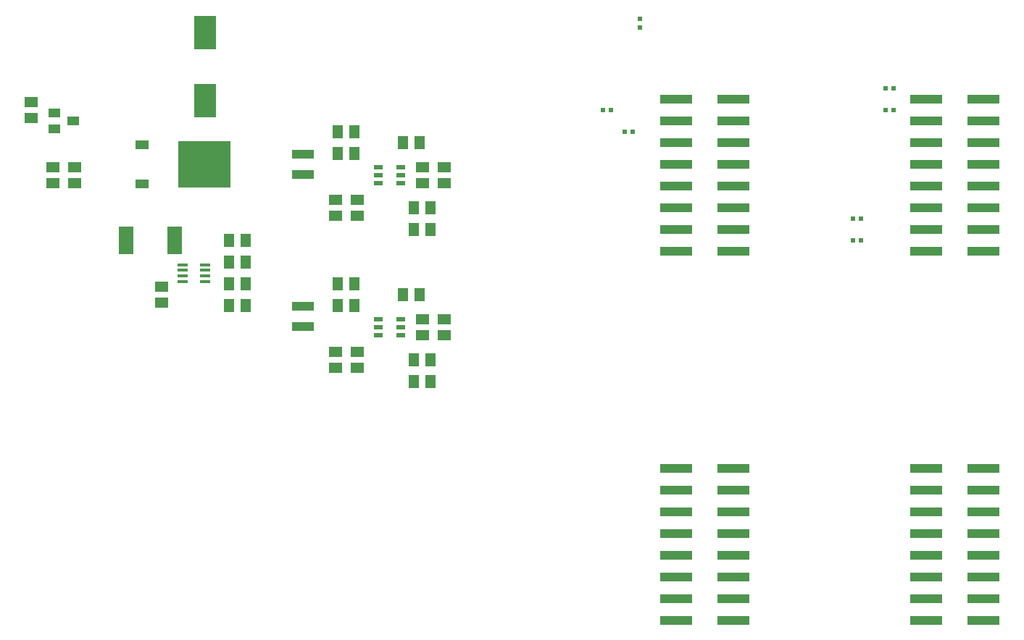
<source format=gbr>
G04 EAGLE Gerber RS-274X export*
G75*
%MOMM*%
%FSLAX34Y34*%
%LPD*%
%INSolderpaste Top*%
%IPPOS*%
%AMOC8*
5,1,8,0,0,1.08239X$1,22.5*%
G01*
%ADD10R,1.300000X1.500000*%
%ADD11R,1.500000X1.300000*%
%ADD12R,2.500000X4.000000*%
%ADD13R,1.400000X1.000000*%
%ADD14R,2.540000X1.000000*%
%ADD15R,6.200000X5.400000*%
%ADD16R,1.600000X1.000000*%
%ADD17R,1.050000X0.600000*%
%ADD18R,1.200000X0.400000*%
%ADD19R,1.800000X3.200000*%
%ADD20R,3.750000X1.000000*%
%ADD21R,0.600000X0.500000*%
%ADD22R,0.500000X0.600000*%


D10*
X409600Y698500D03*
X428600Y698500D03*
X409600Y723900D03*
X428600Y723900D03*
X517500Y635000D03*
X498500Y635000D03*
D11*
X406400Y447700D03*
X406400Y466700D03*
X431800Y447700D03*
X431800Y466700D03*
D10*
X504800Y533400D03*
X485800Y533400D03*
X409600Y520700D03*
X428600Y520700D03*
X409600Y546100D03*
X428600Y546100D03*
X517500Y457200D03*
X498500Y457200D03*
D12*
X254000Y760100D03*
X254000Y840100D03*
D11*
X406400Y625500D03*
X406400Y644500D03*
X431800Y625500D03*
X431800Y644500D03*
D10*
X504800Y711200D03*
X485800Y711200D03*
D13*
X99900Y736600D03*
X77900Y727100D03*
X77900Y746100D03*
D14*
X368300Y674300D03*
X368300Y697300D03*
X368300Y496500D03*
X368300Y519500D03*
D15*
X253600Y685800D03*
D16*
X180600Y708600D03*
X180600Y663000D03*
D11*
X508000Y682600D03*
X508000Y663600D03*
X50800Y758800D03*
X50800Y739800D03*
X533400Y485800D03*
X533400Y504800D03*
D10*
X498500Y431800D03*
X517500Y431800D03*
D11*
X508000Y504800D03*
X508000Y485800D03*
X76200Y663600D03*
X76200Y682600D03*
X101600Y682600D03*
X101600Y663600D03*
X533400Y663600D03*
X533400Y682600D03*
D10*
X498500Y609600D03*
X517500Y609600D03*
D17*
X456400Y682600D03*
X456400Y673100D03*
X456400Y663600D03*
X483400Y673100D03*
X483400Y663600D03*
X483400Y682600D03*
X456400Y504800D03*
X456400Y495300D03*
X456400Y485800D03*
X483400Y495300D03*
X483400Y485800D03*
X483400Y504800D03*
D18*
X228300Y568550D03*
X228300Y562050D03*
X228300Y555550D03*
X228300Y549050D03*
X254300Y549050D03*
X254300Y555550D03*
X254300Y562050D03*
X254300Y568550D03*
D10*
X301600Y571500D03*
X282600Y571500D03*
X301600Y596900D03*
X282600Y596900D03*
X282600Y520700D03*
X301600Y520700D03*
X282600Y546100D03*
X301600Y546100D03*
D11*
X203200Y542900D03*
X203200Y523900D03*
D19*
X162500Y596900D03*
X218500Y596900D03*
D20*
X804450Y330200D03*
X871950Y330200D03*
X804450Y304800D03*
X871950Y304800D03*
X804450Y279400D03*
X871950Y279400D03*
X804450Y254000D03*
X871950Y254000D03*
X804450Y228600D03*
X871950Y228600D03*
X804450Y203200D03*
X871950Y203200D03*
X804450Y177800D03*
X871950Y177800D03*
X804450Y152400D03*
X871950Y152400D03*
X804450Y762000D03*
X871950Y762000D03*
X804450Y736600D03*
X871950Y736600D03*
X804450Y711200D03*
X871950Y711200D03*
X804450Y685800D03*
X871950Y685800D03*
X804450Y660400D03*
X871950Y660400D03*
X804450Y635000D03*
X871950Y635000D03*
X804450Y609600D03*
X871950Y609600D03*
X804450Y584200D03*
X871950Y584200D03*
X1096550Y762000D03*
X1164050Y762000D03*
X1096550Y736600D03*
X1164050Y736600D03*
X1096550Y711200D03*
X1164050Y711200D03*
X1096550Y685800D03*
X1164050Y685800D03*
X1096550Y660400D03*
X1164050Y660400D03*
X1096550Y635000D03*
X1164050Y635000D03*
X1096550Y609600D03*
X1164050Y609600D03*
X1096550Y584200D03*
X1164050Y584200D03*
X1096550Y330200D03*
X1164050Y330200D03*
X1096550Y304800D03*
X1164050Y304800D03*
X1096550Y279400D03*
X1164050Y279400D03*
X1096550Y254000D03*
X1164050Y254000D03*
X1096550Y228600D03*
X1164050Y228600D03*
X1096550Y203200D03*
X1164050Y203200D03*
X1096550Y177800D03*
X1164050Y177800D03*
X1096550Y152400D03*
X1164050Y152400D03*
D21*
X744300Y723900D03*
X754300Y723900D03*
X718900Y749300D03*
X728900Y749300D03*
D22*
X762000Y855900D03*
X762000Y845900D03*
D21*
X1059100Y774700D03*
X1049100Y774700D03*
X1059100Y749300D03*
X1049100Y749300D03*
X1011000Y622300D03*
X1021000Y622300D03*
X1011000Y596900D03*
X1021000Y596900D03*
M02*

</source>
